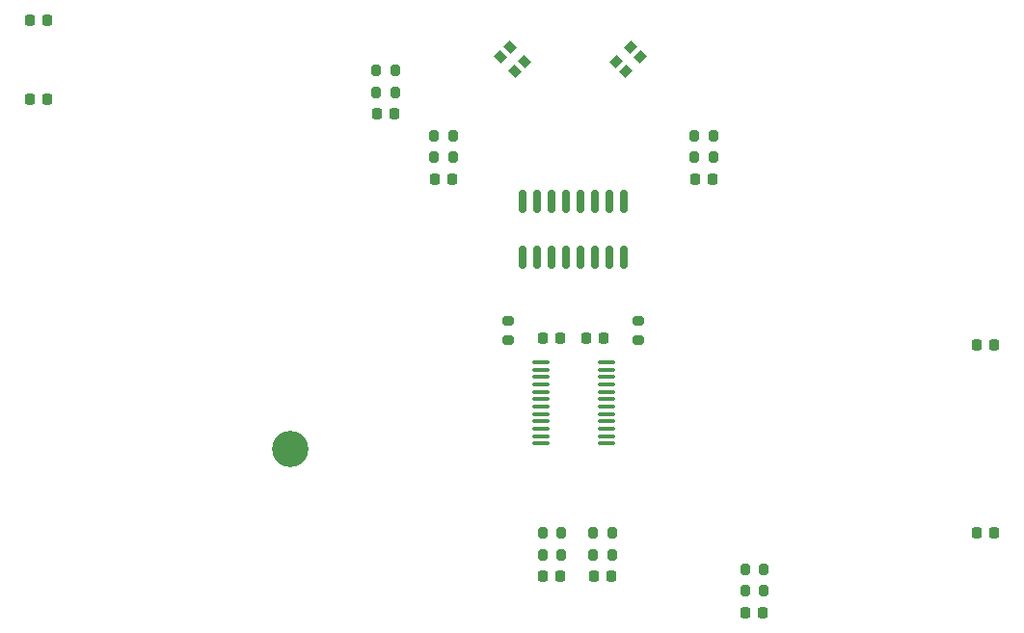
<source format=gtp>
%TF.GenerationSoftware,KiCad,Pcbnew,9.0.5*%
%TF.CreationDate,2025-11-15T17:59:51+00:00*%
%TF.ProjectId,gk-controls,676b2d63-6f6e-4747-926f-6c732e6b6963,rev?*%
%TF.SameCoordinates,Original*%
%TF.FileFunction,Paste,Top*%
%TF.FilePolarity,Positive*%
%FSLAX46Y46*%
G04 Gerber Fmt 4.6, Leading zero omitted, Abs format (unit mm)*
G04 Created by KiCad (PCBNEW 9.0.5) date 2025-11-15 17:59:51*
%MOMM*%
%LPD*%
G01*
G04 APERTURE LIST*
G04 Aperture macros list*
%AMRoundRect*
0 Rectangle with rounded corners*
0 $1 Rounding radius*
0 $2 $3 $4 $5 $6 $7 $8 $9 X,Y pos of 4 corners*
0 Add a 4 corners polygon primitive as box body*
4,1,4,$2,$3,$4,$5,$6,$7,$8,$9,$2,$3,0*
0 Add four circle primitives for the rounded corners*
1,1,$1+$1,$2,$3*
1,1,$1+$1,$4,$5*
1,1,$1+$1,$6,$7*
1,1,$1+$1,$8,$9*
0 Add four rect primitives between the rounded corners*
20,1,$1+$1,$2,$3,$4,$5,0*
20,1,$1+$1,$4,$5,$6,$7,0*
20,1,$1+$1,$6,$7,$8,$9,0*
20,1,$1+$1,$8,$9,$2,$3,0*%
%AMRotRect*
0 Rectangle, with rotation*
0 The origin of the aperture is its center*
0 $1 length*
0 $2 width*
0 $3 Rotation angle, in degrees counterclockwise*
0 Add horizontal line*
21,1,$1,$2,0,0,$3*%
G04 Aperture macros list end*
%ADD10RoundRect,0.200000X-0.200000X-0.275000X0.200000X-0.275000X0.200000X0.275000X-0.200000X0.275000X0*%
%ADD11RoundRect,0.225000X-0.225000X-0.250000X0.225000X-0.250000X0.225000X0.250000X-0.225000X0.250000X0*%
%ADD12RoundRect,0.200000X0.200000X0.275000X-0.200000X0.275000X-0.200000X-0.275000X0.200000X-0.275000X0*%
%ADD13RoundRect,0.225000X0.225000X0.250000X-0.225000X0.250000X-0.225000X-0.250000X0.225000X-0.250000X0*%
%ADD14RoundRect,0.200000X0.275000X-0.200000X0.275000X0.200000X-0.275000X0.200000X-0.275000X-0.200000X0*%
%ADD15RoundRect,0.150000X-0.150000X0.825000X-0.150000X-0.825000X0.150000X-0.825000X0.150000X0.825000X0*%
%ADD16RotRect,0.900000X0.800000X135.000000*%
%ADD17RoundRect,0.200000X-0.275000X0.200000X-0.275000X-0.200000X0.275000X-0.200000X0.275000X0.200000X0*%
%ADD18RoundRect,0.100000X-0.637500X-0.100000X0.637500X-0.100000X0.637500X0.100000X-0.637500X0.100000X0*%
%ADD19RotRect,0.900000X0.800000X45.000000*%
%ADD20C,3.200000*%
G04 APERTURE END LIST*
D10*
%TO.C,R36*%
X108395000Y-93980000D03*
X110045000Y-93980000D03*
%TD*%
D11*
%TO.C,C23*%
X104000000Y-97790000D03*
X105550000Y-97790000D03*
%TD*%
D10*
%TO.C,R35*%
X103950000Y-93980000D03*
X105600000Y-93980000D03*
%TD*%
D11*
%TO.C,C21*%
X117335000Y-62865000D03*
X118885000Y-62865000D03*
%TD*%
D12*
%TO.C,R38*%
X110045000Y-95885000D03*
X108395000Y-95885000D03*
%TD*%
D13*
%TO.C,C4*%
X60465000Y-48895000D03*
X58915000Y-48895000D03*
%TD*%
D14*
%TO.C,R11*%
X112395000Y-77025000D03*
X112395000Y-75375000D03*
%TD*%
D15*
%TO.C,U2*%
X111125000Y-64835000D03*
X109855000Y-64835000D03*
X108585000Y-64835000D03*
X107315000Y-64835000D03*
X106045000Y-64835000D03*
X104775000Y-64835000D03*
X103505000Y-64835000D03*
X102235000Y-64835000D03*
X102235000Y-69785000D03*
X103505000Y-69785000D03*
X104775000Y-69785000D03*
X106045000Y-69785000D03*
X107315000Y-69785000D03*
X108585000Y-69785000D03*
X109855000Y-69785000D03*
X111125000Y-69785000D03*
%TD*%
D16*
%TO.C,D1*%
X101560132Y-53384660D03*
X102408660Y-52536132D03*
X101135868Y-51263340D03*
X100287340Y-52111868D03*
%TD*%
D10*
%TO.C,R2*%
X89345000Y-55245000D03*
X90995000Y-55245000D03*
%TD*%
D13*
%TO.C,C9*%
X109360000Y-76835000D03*
X107810000Y-76835000D03*
%TD*%
D17*
%TO.C,R5*%
X100965000Y-75375000D03*
X100965000Y-77025000D03*
%TD*%
D13*
%TO.C,C6*%
X143650000Y-93980000D03*
X142100000Y-93980000D03*
%TD*%
D18*
%TO.C,U1*%
X103817500Y-78975000D03*
X103817500Y-79625000D03*
X103817500Y-80275000D03*
X103817500Y-80925000D03*
X103817500Y-81575000D03*
X103817500Y-82225000D03*
X103817500Y-82875000D03*
X103817500Y-83525000D03*
X103817500Y-84175000D03*
X103817500Y-84825000D03*
X103817500Y-85475000D03*
X103817500Y-86125000D03*
X109542500Y-86125000D03*
X109542500Y-85475000D03*
X109542500Y-84825000D03*
X109542500Y-84175000D03*
X109542500Y-83525000D03*
X109542500Y-82875000D03*
X109542500Y-82225000D03*
X109542500Y-81575000D03*
X109542500Y-80925000D03*
X109542500Y-80275000D03*
X109542500Y-79625000D03*
X109542500Y-78975000D03*
%TD*%
D13*
%TO.C,C8*%
X90945000Y-57150000D03*
X89395000Y-57150000D03*
%TD*%
%TO.C,C5*%
X60465000Y-55880000D03*
X58915000Y-55880000D03*
%TD*%
D19*
%TO.C,D2*%
X110447340Y-52536132D03*
X111295868Y-53384660D03*
X112568660Y-52111868D03*
X111720132Y-51263340D03*
%TD*%
D10*
%TO.C,R29*%
X94425000Y-59055000D03*
X96075000Y-59055000D03*
%TD*%
D12*
%TO.C,R37*%
X105600000Y-95885000D03*
X103950000Y-95885000D03*
%TD*%
D11*
%TO.C,C10*%
X104000000Y-76835000D03*
X105550000Y-76835000D03*
%TD*%
D12*
%TO.C,R32*%
X96075000Y-60960000D03*
X94425000Y-60960000D03*
%TD*%
%TO.C,R4*%
X123380000Y-99060000D03*
X121730000Y-99060000D03*
%TD*%
D20*
%TO.C,H1*%
X81788000Y-86614000D03*
%TD*%
D11*
%TO.C,C24*%
X108445000Y-97790000D03*
X109995000Y-97790000D03*
%TD*%
%TO.C,C7*%
X142100000Y-77470000D03*
X143650000Y-77470000D03*
%TD*%
%TO.C,C20*%
X94475000Y-62865000D03*
X96025000Y-62865000D03*
%TD*%
D10*
%TO.C,R1*%
X89345000Y-53340000D03*
X90995000Y-53340000D03*
%TD*%
%TO.C,R30*%
X117285000Y-59055000D03*
X118935000Y-59055000D03*
%TD*%
D12*
%TO.C,R33*%
X118935000Y-60960000D03*
X117285000Y-60960000D03*
%TD*%
D11*
%TO.C,C11*%
X121780000Y-100965000D03*
X123330000Y-100965000D03*
%TD*%
D12*
%TO.C,R3*%
X123380000Y-97155000D03*
X121730000Y-97155000D03*
%TD*%
M02*

</source>
